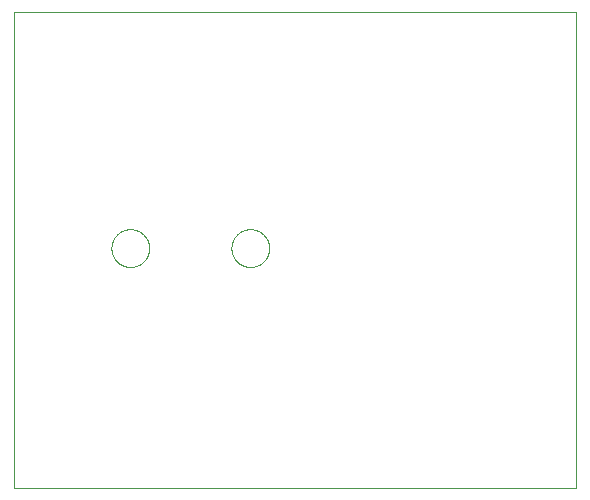
<source format=gko>
G75*
%MOIN*%
%OFA0B0*%
%FSLAX25Y25*%
%IPPOS*%
%LPD*%
%AMOC8*
5,1,8,0,0,1.08239X$1,22.5*
%
%ADD10C,0.00000*%
D10*
X0064100Y0007333D02*
X0064100Y0166034D01*
X0251521Y0166034D01*
X0251521Y0007333D01*
X0064100Y0007333D01*
X0096551Y0087333D02*
X0096553Y0087491D01*
X0096559Y0087649D01*
X0096569Y0087807D01*
X0096583Y0087965D01*
X0096601Y0088122D01*
X0096622Y0088279D01*
X0096648Y0088435D01*
X0096678Y0088591D01*
X0096711Y0088746D01*
X0096749Y0088899D01*
X0096790Y0089052D01*
X0096835Y0089204D01*
X0096884Y0089355D01*
X0096937Y0089504D01*
X0096993Y0089652D01*
X0097053Y0089798D01*
X0097117Y0089943D01*
X0097185Y0090086D01*
X0097256Y0090228D01*
X0097330Y0090368D01*
X0097408Y0090505D01*
X0097490Y0090641D01*
X0097574Y0090775D01*
X0097663Y0090906D01*
X0097754Y0091035D01*
X0097849Y0091162D01*
X0097946Y0091287D01*
X0098047Y0091409D01*
X0098151Y0091528D01*
X0098258Y0091645D01*
X0098368Y0091759D01*
X0098481Y0091870D01*
X0098596Y0091979D01*
X0098714Y0092084D01*
X0098835Y0092186D01*
X0098958Y0092286D01*
X0099084Y0092382D01*
X0099212Y0092475D01*
X0099342Y0092565D01*
X0099475Y0092651D01*
X0099610Y0092735D01*
X0099746Y0092814D01*
X0099885Y0092891D01*
X0100026Y0092963D01*
X0100168Y0093033D01*
X0100312Y0093098D01*
X0100458Y0093160D01*
X0100605Y0093218D01*
X0100754Y0093273D01*
X0100904Y0093324D01*
X0101055Y0093371D01*
X0101207Y0093414D01*
X0101360Y0093453D01*
X0101515Y0093489D01*
X0101670Y0093520D01*
X0101826Y0093548D01*
X0101982Y0093572D01*
X0102139Y0093592D01*
X0102297Y0093608D01*
X0102454Y0093620D01*
X0102613Y0093628D01*
X0102771Y0093632D01*
X0102929Y0093632D01*
X0103087Y0093628D01*
X0103246Y0093620D01*
X0103403Y0093608D01*
X0103561Y0093592D01*
X0103718Y0093572D01*
X0103874Y0093548D01*
X0104030Y0093520D01*
X0104185Y0093489D01*
X0104340Y0093453D01*
X0104493Y0093414D01*
X0104645Y0093371D01*
X0104796Y0093324D01*
X0104946Y0093273D01*
X0105095Y0093218D01*
X0105242Y0093160D01*
X0105388Y0093098D01*
X0105532Y0093033D01*
X0105674Y0092963D01*
X0105815Y0092891D01*
X0105954Y0092814D01*
X0106090Y0092735D01*
X0106225Y0092651D01*
X0106358Y0092565D01*
X0106488Y0092475D01*
X0106616Y0092382D01*
X0106742Y0092286D01*
X0106865Y0092186D01*
X0106986Y0092084D01*
X0107104Y0091979D01*
X0107219Y0091870D01*
X0107332Y0091759D01*
X0107442Y0091645D01*
X0107549Y0091528D01*
X0107653Y0091409D01*
X0107754Y0091287D01*
X0107851Y0091162D01*
X0107946Y0091035D01*
X0108037Y0090906D01*
X0108126Y0090775D01*
X0108210Y0090641D01*
X0108292Y0090505D01*
X0108370Y0090368D01*
X0108444Y0090228D01*
X0108515Y0090086D01*
X0108583Y0089943D01*
X0108647Y0089798D01*
X0108707Y0089652D01*
X0108763Y0089504D01*
X0108816Y0089355D01*
X0108865Y0089204D01*
X0108910Y0089052D01*
X0108951Y0088899D01*
X0108989Y0088746D01*
X0109022Y0088591D01*
X0109052Y0088435D01*
X0109078Y0088279D01*
X0109099Y0088122D01*
X0109117Y0087965D01*
X0109131Y0087807D01*
X0109141Y0087649D01*
X0109147Y0087491D01*
X0109149Y0087333D01*
X0109147Y0087175D01*
X0109141Y0087017D01*
X0109131Y0086859D01*
X0109117Y0086701D01*
X0109099Y0086544D01*
X0109078Y0086387D01*
X0109052Y0086231D01*
X0109022Y0086075D01*
X0108989Y0085920D01*
X0108951Y0085767D01*
X0108910Y0085614D01*
X0108865Y0085462D01*
X0108816Y0085311D01*
X0108763Y0085162D01*
X0108707Y0085014D01*
X0108647Y0084868D01*
X0108583Y0084723D01*
X0108515Y0084580D01*
X0108444Y0084438D01*
X0108370Y0084298D01*
X0108292Y0084161D01*
X0108210Y0084025D01*
X0108126Y0083891D01*
X0108037Y0083760D01*
X0107946Y0083631D01*
X0107851Y0083504D01*
X0107754Y0083379D01*
X0107653Y0083257D01*
X0107549Y0083138D01*
X0107442Y0083021D01*
X0107332Y0082907D01*
X0107219Y0082796D01*
X0107104Y0082687D01*
X0106986Y0082582D01*
X0106865Y0082480D01*
X0106742Y0082380D01*
X0106616Y0082284D01*
X0106488Y0082191D01*
X0106358Y0082101D01*
X0106225Y0082015D01*
X0106090Y0081931D01*
X0105954Y0081852D01*
X0105815Y0081775D01*
X0105674Y0081703D01*
X0105532Y0081633D01*
X0105388Y0081568D01*
X0105242Y0081506D01*
X0105095Y0081448D01*
X0104946Y0081393D01*
X0104796Y0081342D01*
X0104645Y0081295D01*
X0104493Y0081252D01*
X0104340Y0081213D01*
X0104185Y0081177D01*
X0104030Y0081146D01*
X0103874Y0081118D01*
X0103718Y0081094D01*
X0103561Y0081074D01*
X0103403Y0081058D01*
X0103246Y0081046D01*
X0103087Y0081038D01*
X0102929Y0081034D01*
X0102771Y0081034D01*
X0102613Y0081038D01*
X0102454Y0081046D01*
X0102297Y0081058D01*
X0102139Y0081074D01*
X0101982Y0081094D01*
X0101826Y0081118D01*
X0101670Y0081146D01*
X0101515Y0081177D01*
X0101360Y0081213D01*
X0101207Y0081252D01*
X0101055Y0081295D01*
X0100904Y0081342D01*
X0100754Y0081393D01*
X0100605Y0081448D01*
X0100458Y0081506D01*
X0100312Y0081568D01*
X0100168Y0081633D01*
X0100026Y0081703D01*
X0099885Y0081775D01*
X0099746Y0081852D01*
X0099610Y0081931D01*
X0099475Y0082015D01*
X0099342Y0082101D01*
X0099212Y0082191D01*
X0099084Y0082284D01*
X0098958Y0082380D01*
X0098835Y0082480D01*
X0098714Y0082582D01*
X0098596Y0082687D01*
X0098481Y0082796D01*
X0098368Y0082907D01*
X0098258Y0083021D01*
X0098151Y0083138D01*
X0098047Y0083257D01*
X0097946Y0083379D01*
X0097849Y0083504D01*
X0097754Y0083631D01*
X0097663Y0083760D01*
X0097574Y0083891D01*
X0097490Y0084025D01*
X0097408Y0084161D01*
X0097330Y0084298D01*
X0097256Y0084438D01*
X0097185Y0084580D01*
X0097117Y0084723D01*
X0097053Y0084868D01*
X0096993Y0085014D01*
X0096937Y0085162D01*
X0096884Y0085311D01*
X0096835Y0085462D01*
X0096790Y0085614D01*
X0096749Y0085767D01*
X0096711Y0085920D01*
X0096678Y0086075D01*
X0096648Y0086231D01*
X0096622Y0086387D01*
X0096601Y0086544D01*
X0096583Y0086701D01*
X0096569Y0086859D01*
X0096559Y0087017D01*
X0096553Y0087175D01*
X0096551Y0087333D01*
X0136551Y0087333D02*
X0136553Y0087491D01*
X0136559Y0087649D01*
X0136569Y0087807D01*
X0136583Y0087965D01*
X0136601Y0088122D01*
X0136622Y0088279D01*
X0136648Y0088435D01*
X0136678Y0088591D01*
X0136711Y0088746D01*
X0136749Y0088899D01*
X0136790Y0089052D01*
X0136835Y0089204D01*
X0136884Y0089355D01*
X0136937Y0089504D01*
X0136993Y0089652D01*
X0137053Y0089798D01*
X0137117Y0089943D01*
X0137185Y0090086D01*
X0137256Y0090228D01*
X0137330Y0090368D01*
X0137408Y0090505D01*
X0137490Y0090641D01*
X0137574Y0090775D01*
X0137663Y0090906D01*
X0137754Y0091035D01*
X0137849Y0091162D01*
X0137946Y0091287D01*
X0138047Y0091409D01*
X0138151Y0091528D01*
X0138258Y0091645D01*
X0138368Y0091759D01*
X0138481Y0091870D01*
X0138596Y0091979D01*
X0138714Y0092084D01*
X0138835Y0092186D01*
X0138958Y0092286D01*
X0139084Y0092382D01*
X0139212Y0092475D01*
X0139342Y0092565D01*
X0139475Y0092651D01*
X0139610Y0092735D01*
X0139746Y0092814D01*
X0139885Y0092891D01*
X0140026Y0092963D01*
X0140168Y0093033D01*
X0140312Y0093098D01*
X0140458Y0093160D01*
X0140605Y0093218D01*
X0140754Y0093273D01*
X0140904Y0093324D01*
X0141055Y0093371D01*
X0141207Y0093414D01*
X0141360Y0093453D01*
X0141515Y0093489D01*
X0141670Y0093520D01*
X0141826Y0093548D01*
X0141982Y0093572D01*
X0142139Y0093592D01*
X0142297Y0093608D01*
X0142454Y0093620D01*
X0142613Y0093628D01*
X0142771Y0093632D01*
X0142929Y0093632D01*
X0143087Y0093628D01*
X0143246Y0093620D01*
X0143403Y0093608D01*
X0143561Y0093592D01*
X0143718Y0093572D01*
X0143874Y0093548D01*
X0144030Y0093520D01*
X0144185Y0093489D01*
X0144340Y0093453D01*
X0144493Y0093414D01*
X0144645Y0093371D01*
X0144796Y0093324D01*
X0144946Y0093273D01*
X0145095Y0093218D01*
X0145242Y0093160D01*
X0145388Y0093098D01*
X0145532Y0093033D01*
X0145674Y0092963D01*
X0145815Y0092891D01*
X0145954Y0092814D01*
X0146090Y0092735D01*
X0146225Y0092651D01*
X0146358Y0092565D01*
X0146488Y0092475D01*
X0146616Y0092382D01*
X0146742Y0092286D01*
X0146865Y0092186D01*
X0146986Y0092084D01*
X0147104Y0091979D01*
X0147219Y0091870D01*
X0147332Y0091759D01*
X0147442Y0091645D01*
X0147549Y0091528D01*
X0147653Y0091409D01*
X0147754Y0091287D01*
X0147851Y0091162D01*
X0147946Y0091035D01*
X0148037Y0090906D01*
X0148126Y0090775D01*
X0148210Y0090641D01*
X0148292Y0090505D01*
X0148370Y0090368D01*
X0148444Y0090228D01*
X0148515Y0090086D01*
X0148583Y0089943D01*
X0148647Y0089798D01*
X0148707Y0089652D01*
X0148763Y0089504D01*
X0148816Y0089355D01*
X0148865Y0089204D01*
X0148910Y0089052D01*
X0148951Y0088899D01*
X0148989Y0088746D01*
X0149022Y0088591D01*
X0149052Y0088435D01*
X0149078Y0088279D01*
X0149099Y0088122D01*
X0149117Y0087965D01*
X0149131Y0087807D01*
X0149141Y0087649D01*
X0149147Y0087491D01*
X0149149Y0087333D01*
X0149147Y0087175D01*
X0149141Y0087017D01*
X0149131Y0086859D01*
X0149117Y0086701D01*
X0149099Y0086544D01*
X0149078Y0086387D01*
X0149052Y0086231D01*
X0149022Y0086075D01*
X0148989Y0085920D01*
X0148951Y0085767D01*
X0148910Y0085614D01*
X0148865Y0085462D01*
X0148816Y0085311D01*
X0148763Y0085162D01*
X0148707Y0085014D01*
X0148647Y0084868D01*
X0148583Y0084723D01*
X0148515Y0084580D01*
X0148444Y0084438D01*
X0148370Y0084298D01*
X0148292Y0084161D01*
X0148210Y0084025D01*
X0148126Y0083891D01*
X0148037Y0083760D01*
X0147946Y0083631D01*
X0147851Y0083504D01*
X0147754Y0083379D01*
X0147653Y0083257D01*
X0147549Y0083138D01*
X0147442Y0083021D01*
X0147332Y0082907D01*
X0147219Y0082796D01*
X0147104Y0082687D01*
X0146986Y0082582D01*
X0146865Y0082480D01*
X0146742Y0082380D01*
X0146616Y0082284D01*
X0146488Y0082191D01*
X0146358Y0082101D01*
X0146225Y0082015D01*
X0146090Y0081931D01*
X0145954Y0081852D01*
X0145815Y0081775D01*
X0145674Y0081703D01*
X0145532Y0081633D01*
X0145388Y0081568D01*
X0145242Y0081506D01*
X0145095Y0081448D01*
X0144946Y0081393D01*
X0144796Y0081342D01*
X0144645Y0081295D01*
X0144493Y0081252D01*
X0144340Y0081213D01*
X0144185Y0081177D01*
X0144030Y0081146D01*
X0143874Y0081118D01*
X0143718Y0081094D01*
X0143561Y0081074D01*
X0143403Y0081058D01*
X0143246Y0081046D01*
X0143087Y0081038D01*
X0142929Y0081034D01*
X0142771Y0081034D01*
X0142613Y0081038D01*
X0142454Y0081046D01*
X0142297Y0081058D01*
X0142139Y0081074D01*
X0141982Y0081094D01*
X0141826Y0081118D01*
X0141670Y0081146D01*
X0141515Y0081177D01*
X0141360Y0081213D01*
X0141207Y0081252D01*
X0141055Y0081295D01*
X0140904Y0081342D01*
X0140754Y0081393D01*
X0140605Y0081448D01*
X0140458Y0081506D01*
X0140312Y0081568D01*
X0140168Y0081633D01*
X0140026Y0081703D01*
X0139885Y0081775D01*
X0139746Y0081852D01*
X0139610Y0081931D01*
X0139475Y0082015D01*
X0139342Y0082101D01*
X0139212Y0082191D01*
X0139084Y0082284D01*
X0138958Y0082380D01*
X0138835Y0082480D01*
X0138714Y0082582D01*
X0138596Y0082687D01*
X0138481Y0082796D01*
X0138368Y0082907D01*
X0138258Y0083021D01*
X0138151Y0083138D01*
X0138047Y0083257D01*
X0137946Y0083379D01*
X0137849Y0083504D01*
X0137754Y0083631D01*
X0137663Y0083760D01*
X0137574Y0083891D01*
X0137490Y0084025D01*
X0137408Y0084161D01*
X0137330Y0084298D01*
X0137256Y0084438D01*
X0137185Y0084580D01*
X0137117Y0084723D01*
X0137053Y0084868D01*
X0136993Y0085014D01*
X0136937Y0085162D01*
X0136884Y0085311D01*
X0136835Y0085462D01*
X0136790Y0085614D01*
X0136749Y0085767D01*
X0136711Y0085920D01*
X0136678Y0086075D01*
X0136648Y0086231D01*
X0136622Y0086387D01*
X0136601Y0086544D01*
X0136583Y0086701D01*
X0136569Y0086859D01*
X0136559Y0087017D01*
X0136553Y0087175D01*
X0136551Y0087333D01*
M02*

</source>
